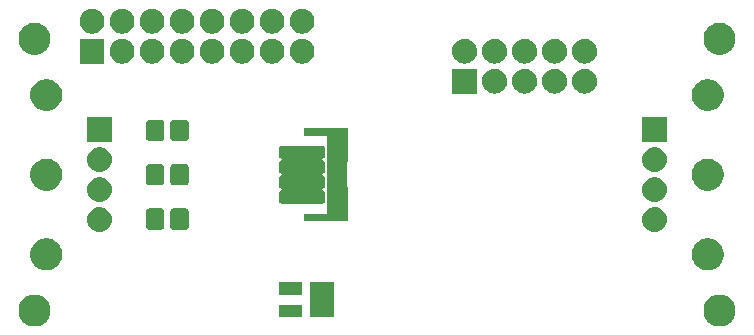
<source format=gts>
%TF.GenerationSoftware,KiCad,Pcbnew,5.1.0*%
%TF.CreationDate,2019-04-08T01:08:36+02:00*%
%TF.ProjectId,BeerEyePi,42656572-4579-4655-9069-2e6b69636164,rev?*%
%TF.SameCoordinates,Original*%
%TF.FileFunction,Soldermask,Top*%
%TF.FilePolarity,Negative*%
%FSLAX46Y46*%
G04 Gerber Fmt 4.6, Leading zero omitted, Abs format (unit mm)*
G04 Created by KiCad (PCBNEW 5.1.0) date 2019-04-08 01:08:36*
%MOMM*%
%LPD*%
G04 APERTURE LIST*
%ADD10C,0.001000*%
%ADD11C,0.100000*%
G04 APERTURE END LIST*
D10*
G36*
X128300000Y-111250000D02*
G01*
X128300000Y-118750000D01*
X129850000Y-118750000D01*
X129850000Y-111250000D01*
X128300000Y-111250000D01*
G37*
X128300000Y-111250000D02*
X128300000Y-118750000D01*
X129850000Y-118750000D01*
X129850000Y-111250000D01*
X128300000Y-111250000D01*
D11*
G36*
X161893783Y-125201870D02*
G01*
X161893785Y-125201871D01*
X161893786Y-125201871D01*
X162139471Y-125303638D01*
X162360580Y-125451377D01*
X162548623Y-125639420D01*
X162696362Y-125860529D01*
X162696363Y-125860531D01*
X162798130Y-126106217D01*
X162850010Y-126367036D01*
X162850010Y-126632962D01*
X162798129Y-126893786D01*
X162696362Y-127139471D01*
X162548623Y-127360580D01*
X162360580Y-127548623D01*
X162139471Y-127696362D01*
X161893786Y-127798129D01*
X161893785Y-127798129D01*
X161893783Y-127798130D01*
X161632964Y-127850010D01*
X161367036Y-127850010D01*
X161106217Y-127798130D01*
X161106215Y-127798129D01*
X161106214Y-127798129D01*
X160860529Y-127696362D01*
X160639420Y-127548623D01*
X160451377Y-127360580D01*
X160303638Y-127139471D01*
X160201871Y-126893786D01*
X160149990Y-126632962D01*
X160149990Y-126367036D01*
X160201870Y-126106217D01*
X160303637Y-125860531D01*
X160303638Y-125860529D01*
X160451377Y-125639420D01*
X160639420Y-125451377D01*
X160860529Y-125303638D01*
X161106214Y-125201871D01*
X161106215Y-125201871D01*
X161106217Y-125201870D01*
X161367036Y-125149990D01*
X161632964Y-125149990D01*
X161893783Y-125201870D01*
X161893783Y-125201870D01*
G37*
G36*
X103893783Y-125201870D02*
G01*
X103893785Y-125201871D01*
X103893786Y-125201871D01*
X104139471Y-125303638D01*
X104360580Y-125451377D01*
X104548623Y-125639420D01*
X104696362Y-125860529D01*
X104696363Y-125860531D01*
X104798130Y-126106217D01*
X104850010Y-126367036D01*
X104850010Y-126632962D01*
X104798129Y-126893786D01*
X104696362Y-127139471D01*
X104548623Y-127360580D01*
X104360580Y-127548623D01*
X104139471Y-127696362D01*
X103893786Y-127798129D01*
X103893785Y-127798129D01*
X103893783Y-127798130D01*
X103632964Y-127850010D01*
X103367036Y-127850010D01*
X103106217Y-127798130D01*
X103106215Y-127798129D01*
X103106214Y-127798129D01*
X102860529Y-127696362D01*
X102639420Y-127548623D01*
X102451377Y-127360580D01*
X102303638Y-127139471D01*
X102201871Y-126893786D01*
X102149990Y-126632962D01*
X102149990Y-126367036D01*
X102201870Y-126106217D01*
X102303637Y-125860531D01*
X102303638Y-125860529D01*
X102451377Y-125639420D01*
X102639420Y-125451377D01*
X102860529Y-125303638D01*
X103106214Y-125201871D01*
X103106215Y-125201871D01*
X103106217Y-125201870D01*
X103367036Y-125149990D01*
X103632964Y-125149990D01*
X103893783Y-125201870D01*
X103893783Y-125201870D01*
G37*
G36*
X126122000Y-127078000D02*
G01*
X124162000Y-127078000D01*
X124162000Y-126028000D01*
X126122000Y-126028000D01*
X126122000Y-127078000D01*
X126122000Y-127078000D01*
G37*
G36*
X128822000Y-127078000D02*
G01*
X126862000Y-127078000D01*
X126862000Y-124128000D01*
X128822000Y-124128000D01*
X128822000Y-127078000D01*
X128822000Y-127078000D01*
G37*
G36*
X126122000Y-125178000D02*
G01*
X124162000Y-125178000D01*
X124162000Y-124128000D01*
X126122000Y-124128000D01*
X126122000Y-125178000D01*
X126122000Y-125178000D01*
G37*
G36*
X104894072Y-120450918D02*
G01*
X104894074Y-120450919D01*
X104894075Y-120450919D01*
X104966086Y-120480747D01*
X105139939Y-120552759D01*
X105139940Y-120552760D01*
X105361211Y-120700608D01*
X105549392Y-120888789D01*
X105667751Y-121065927D01*
X105697241Y-121110061D01*
X105799082Y-121355928D01*
X105851000Y-121616938D01*
X105851000Y-121883062D01*
X105799082Y-122144072D01*
X105697241Y-122389939D01*
X105697240Y-122389940D01*
X105549392Y-122611211D01*
X105361211Y-122799392D01*
X105184073Y-122917751D01*
X105139939Y-122947241D01*
X104966086Y-123019253D01*
X104894075Y-123049081D01*
X104894074Y-123049081D01*
X104894072Y-123049082D01*
X104633062Y-123101000D01*
X104366938Y-123101000D01*
X104105928Y-123049082D01*
X104105926Y-123049081D01*
X104105925Y-123049081D01*
X104033914Y-123019253D01*
X103860061Y-122947241D01*
X103815927Y-122917751D01*
X103638789Y-122799392D01*
X103450608Y-122611211D01*
X103302760Y-122389940D01*
X103302759Y-122389939D01*
X103200918Y-122144072D01*
X103149000Y-121883062D01*
X103149000Y-121616938D01*
X103200918Y-121355928D01*
X103302759Y-121110061D01*
X103332249Y-121065927D01*
X103450608Y-120888789D01*
X103638789Y-120700608D01*
X103860060Y-120552760D01*
X103860061Y-120552759D01*
X104033914Y-120480747D01*
X104105925Y-120450919D01*
X104105926Y-120450919D01*
X104105928Y-120450918D01*
X104366938Y-120399000D01*
X104633062Y-120399000D01*
X104894072Y-120450918D01*
X104894072Y-120450918D01*
G37*
G36*
X160894072Y-120450918D02*
G01*
X160894074Y-120450919D01*
X160894075Y-120450919D01*
X160966086Y-120480747D01*
X161139939Y-120552759D01*
X161139940Y-120552760D01*
X161361211Y-120700608D01*
X161549392Y-120888789D01*
X161667751Y-121065927D01*
X161697241Y-121110061D01*
X161799082Y-121355928D01*
X161851000Y-121616938D01*
X161851000Y-121883062D01*
X161799082Y-122144072D01*
X161697241Y-122389939D01*
X161697240Y-122389940D01*
X161549392Y-122611211D01*
X161361211Y-122799392D01*
X161184073Y-122917751D01*
X161139939Y-122947241D01*
X160966086Y-123019253D01*
X160894075Y-123049081D01*
X160894074Y-123049081D01*
X160894072Y-123049082D01*
X160633062Y-123101000D01*
X160366938Y-123101000D01*
X160105928Y-123049082D01*
X160105926Y-123049081D01*
X160105925Y-123049081D01*
X160033914Y-123019253D01*
X159860061Y-122947241D01*
X159815927Y-122917751D01*
X159638789Y-122799392D01*
X159450608Y-122611211D01*
X159302760Y-122389940D01*
X159302759Y-122389939D01*
X159200918Y-122144072D01*
X159149000Y-121883062D01*
X159149000Y-121616938D01*
X159200918Y-121355928D01*
X159302759Y-121110061D01*
X159332249Y-121065927D01*
X159450608Y-120888789D01*
X159638789Y-120700608D01*
X159860060Y-120552760D01*
X159860061Y-120552759D01*
X160033914Y-120480747D01*
X160105925Y-120450919D01*
X160105926Y-120450919D01*
X160105928Y-120450918D01*
X160366938Y-120399000D01*
X160633062Y-120399000D01*
X160894072Y-120450918D01*
X160894072Y-120450918D01*
G37*
G36*
X156167272Y-117771395D02*
G01*
X156205836Y-117775193D01*
X156337787Y-117815220D01*
X156403763Y-117835233D01*
X156586169Y-117932731D01*
X156746054Y-118063946D01*
X156877269Y-118223831D01*
X156974767Y-118406237D01*
X156974767Y-118406238D01*
X157034807Y-118604164D01*
X157034807Y-118604166D01*
X157055081Y-118810000D01*
X157041291Y-118950000D01*
X157034807Y-119015836D01*
X156994780Y-119147787D01*
X156974767Y-119213763D01*
X156877269Y-119396169D01*
X156746054Y-119556054D01*
X156586169Y-119687269D01*
X156403763Y-119784767D01*
X156337787Y-119804780D01*
X156205836Y-119844807D01*
X156167271Y-119848605D01*
X156051584Y-119860000D01*
X155948416Y-119860000D01*
X155832729Y-119848605D01*
X155794164Y-119844807D01*
X155662213Y-119804780D01*
X155596237Y-119784767D01*
X155413831Y-119687269D01*
X155253946Y-119556054D01*
X155122731Y-119396169D01*
X155025233Y-119213763D01*
X155005220Y-119147787D01*
X154965193Y-119015836D01*
X154958709Y-118950000D01*
X154944919Y-118810000D01*
X154965193Y-118604166D01*
X154965193Y-118604164D01*
X155025233Y-118406238D01*
X155025233Y-118406237D01*
X155122731Y-118223831D01*
X155253946Y-118063946D01*
X155413831Y-117932731D01*
X155596237Y-117835233D01*
X155662213Y-117815220D01*
X155794164Y-117775193D01*
X155832728Y-117771395D01*
X155948416Y-117760000D01*
X156051584Y-117760000D01*
X156167272Y-117771395D01*
X156167272Y-117771395D01*
G37*
G36*
X109167272Y-117771395D02*
G01*
X109205836Y-117775193D01*
X109337787Y-117815220D01*
X109403763Y-117835233D01*
X109586169Y-117932731D01*
X109746054Y-118063946D01*
X109877269Y-118223831D01*
X109974767Y-118406237D01*
X109974767Y-118406238D01*
X110034807Y-118604164D01*
X110034807Y-118604166D01*
X110055081Y-118810000D01*
X110041291Y-118950000D01*
X110034807Y-119015836D01*
X109994780Y-119147787D01*
X109974767Y-119213763D01*
X109877269Y-119396169D01*
X109746054Y-119556054D01*
X109586169Y-119687269D01*
X109403763Y-119784767D01*
X109337787Y-119804780D01*
X109205836Y-119844807D01*
X109167271Y-119848605D01*
X109051584Y-119860000D01*
X108948416Y-119860000D01*
X108832729Y-119848605D01*
X108794164Y-119844807D01*
X108662213Y-119804780D01*
X108596237Y-119784767D01*
X108413831Y-119687269D01*
X108253946Y-119556054D01*
X108122731Y-119396169D01*
X108025233Y-119213763D01*
X108005220Y-119147787D01*
X107965193Y-119015836D01*
X107958709Y-118950000D01*
X107944919Y-118810000D01*
X107965193Y-118604166D01*
X107965193Y-118604164D01*
X108025233Y-118406238D01*
X108025233Y-118406237D01*
X108122731Y-118223831D01*
X108253946Y-118063946D01*
X108413831Y-117932731D01*
X108596237Y-117835233D01*
X108662213Y-117815220D01*
X108794164Y-117775193D01*
X108832728Y-117771395D01*
X108948416Y-117760000D01*
X109051584Y-117760000D01*
X109167272Y-117771395D01*
X109167272Y-117771395D01*
G37*
G36*
X116324179Y-117855862D02*
G01*
X116376700Y-117871795D01*
X116425096Y-117897663D01*
X116467521Y-117932479D01*
X116502337Y-117974904D01*
X116528205Y-118023300D01*
X116544138Y-118075821D01*
X116550000Y-118135342D01*
X116550000Y-119364658D01*
X116544138Y-119424179D01*
X116528205Y-119476700D01*
X116502337Y-119525096D01*
X116467521Y-119567521D01*
X116425096Y-119602337D01*
X116376700Y-119628205D01*
X116324179Y-119644138D01*
X116264658Y-119650000D01*
X115285342Y-119650000D01*
X115225821Y-119644138D01*
X115173300Y-119628205D01*
X115124904Y-119602337D01*
X115082479Y-119567521D01*
X115047663Y-119525096D01*
X115021795Y-119476700D01*
X115005862Y-119424179D01*
X115000000Y-119364658D01*
X115000000Y-118135342D01*
X115005862Y-118075821D01*
X115021795Y-118023300D01*
X115047663Y-117974904D01*
X115082479Y-117932479D01*
X115124904Y-117897663D01*
X115173300Y-117871795D01*
X115225821Y-117855862D01*
X115285342Y-117850000D01*
X116264658Y-117850000D01*
X116324179Y-117855862D01*
X116324179Y-117855862D01*
G37*
G36*
X114274179Y-117855862D02*
G01*
X114326700Y-117871795D01*
X114375096Y-117897663D01*
X114417521Y-117932479D01*
X114452337Y-117974904D01*
X114478205Y-118023300D01*
X114494138Y-118075821D01*
X114500000Y-118135342D01*
X114500000Y-119364658D01*
X114494138Y-119424179D01*
X114478205Y-119476700D01*
X114452337Y-119525096D01*
X114417521Y-119567521D01*
X114375096Y-119602337D01*
X114326700Y-119628205D01*
X114274179Y-119644138D01*
X114214658Y-119650000D01*
X113235342Y-119650000D01*
X113175821Y-119644138D01*
X113123300Y-119628205D01*
X113074904Y-119602337D01*
X113032479Y-119567521D01*
X112997663Y-119525096D01*
X112971795Y-119476700D01*
X112955862Y-119424179D01*
X112950000Y-119364658D01*
X112950000Y-118135342D01*
X112955862Y-118075821D01*
X112971795Y-118023300D01*
X112997663Y-117974904D01*
X113032479Y-117932479D01*
X113074904Y-117897663D01*
X113123300Y-117871795D01*
X113175821Y-117855862D01*
X113235342Y-117850000D01*
X114214658Y-117850000D01*
X114274179Y-117855862D01*
X114274179Y-117855862D01*
G37*
G36*
X130050000Y-118950000D02*
G01*
X126300000Y-118950000D01*
X126300000Y-118300000D01*
X129300001Y-118300000D01*
X129319510Y-118298079D01*
X129338269Y-118292388D01*
X129355557Y-118283147D01*
X129370711Y-118270711D01*
X129383147Y-118255557D01*
X129392388Y-118238269D01*
X129398079Y-118219510D01*
X129400000Y-118200001D01*
X129400000Y-116050000D01*
X130050000Y-116050000D01*
X130050000Y-118950000D01*
X130050000Y-118950000D01*
G37*
G36*
X127918799Y-112549797D02*
G01*
X127960920Y-112562574D01*
X127999733Y-112583320D01*
X128033757Y-112611243D01*
X128061680Y-112645267D01*
X128082426Y-112684080D01*
X128095203Y-112726201D01*
X128100000Y-112774908D01*
X128100000Y-113415092D01*
X128095203Y-113463799D01*
X128082426Y-113505920D01*
X128061680Y-113544733D01*
X128033757Y-113578757D01*
X127999733Y-113606680D01*
X127960920Y-113627426D01*
X127938235Y-113634307D01*
X127920124Y-113641809D01*
X127903825Y-113652699D01*
X127889963Y-113666561D01*
X127879072Y-113682860D01*
X127871570Y-113700971D01*
X127867746Y-113720198D01*
X127867745Y-113739801D01*
X127871570Y-113759028D01*
X127879072Y-113777139D01*
X127889962Y-113793438D01*
X127903824Y-113807300D01*
X127920123Y-113818191D01*
X127938235Y-113825693D01*
X127960920Y-113832574D01*
X127999733Y-113853320D01*
X128033757Y-113881243D01*
X128061680Y-113915267D01*
X128082426Y-113954080D01*
X128095203Y-113996201D01*
X128100000Y-114044908D01*
X128100000Y-114685092D01*
X128095203Y-114733799D01*
X128082426Y-114775920D01*
X128061680Y-114814733D01*
X128033757Y-114848757D01*
X127999733Y-114876680D01*
X127960920Y-114897426D01*
X127938235Y-114904307D01*
X127920124Y-114911809D01*
X127903825Y-114922699D01*
X127889963Y-114936561D01*
X127879072Y-114952860D01*
X127871570Y-114970971D01*
X127867746Y-114990198D01*
X127867745Y-115009801D01*
X127871570Y-115029028D01*
X127879072Y-115047139D01*
X127889962Y-115063438D01*
X127903824Y-115077300D01*
X127920123Y-115088191D01*
X127938235Y-115095693D01*
X127960920Y-115102574D01*
X127999733Y-115123320D01*
X128033757Y-115151243D01*
X128061680Y-115185267D01*
X128082426Y-115224080D01*
X128095203Y-115266201D01*
X128100000Y-115314908D01*
X128100000Y-115955092D01*
X128095203Y-116003799D01*
X128082426Y-116045920D01*
X128061680Y-116084733D01*
X128033757Y-116118757D01*
X127999733Y-116146680D01*
X127960920Y-116167426D01*
X127938235Y-116174307D01*
X127920124Y-116181809D01*
X127903825Y-116192699D01*
X127889963Y-116206561D01*
X127879072Y-116222860D01*
X127871570Y-116240971D01*
X127867746Y-116260198D01*
X127867745Y-116279801D01*
X127871570Y-116299028D01*
X127879072Y-116317139D01*
X127889962Y-116333438D01*
X127903824Y-116347300D01*
X127920123Y-116358191D01*
X127938235Y-116365693D01*
X127960920Y-116372574D01*
X127999733Y-116393320D01*
X128033757Y-116421243D01*
X128061680Y-116455267D01*
X128082426Y-116494080D01*
X128095203Y-116536201D01*
X128100000Y-116584908D01*
X128100000Y-117225092D01*
X128095203Y-117273799D01*
X128082426Y-117315920D01*
X128061680Y-117354733D01*
X128033757Y-117388757D01*
X127999733Y-117416680D01*
X127960920Y-117437426D01*
X127918799Y-117450203D01*
X127870092Y-117455000D01*
X124429908Y-117455000D01*
X124381201Y-117450203D01*
X124339080Y-117437426D01*
X124300267Y-117416680D01*
X124266243Y-117388757D01*
X124238320Y-117354733D01*
X124217574Y-117315920D01*
X124204797Y-117273799D01*
X124200000Y-117225092D01*
X124200000Y-116584908D01*
X124204797Y-116536201D01*
X124217574Y-116494080D01*
X124238320Y-116455267D01*
X124266243Y-116421243D01*
X124300267Y-116393320D01*
X124339080Y-116372574D01*
X124361765Y-116365693D01*
X124379876Y-116358191D01*
X124396175Y-116347301D01*
X124410037Y-116333439D01*
X124420928Y-116317140D01*
X124428430Y-116299029D01*
X124432254Y-116279802D01*
X124432255Y-116260199D01*
X124428430Y-116240972D01*
X124420928Y-116222861D01*
X124410038Y-116206562D01*
X124396176Y-116192700D01*
X124379877Y-116181809D01*
X124361765Y-116174307D01*
X124339080Y-116167426D01*
X124300267Y-116146680D01*
X124266243Y-116118757D01*
X124238320Y-116084733D01*
X124217574Y-116045920D01*
X124204797Y-116003799D01*
X124200000Y-115955092D01*
X124200000Y-115314908D01*
X124204797Y-115266201D01*
X124217574Y-115224080D01*
X124238320Y-115185267D01*
X124266243Y-115151243D01*
X124300267Y-115123320D01*
X124339080Y-115102574D01*
X124361765Y-115095693D01*
X124379876Y-115088191D01*
X124396175Y-115077301D01*
X124410037Y-115063439D01*
X124420928Y-115047140D01*
X124428430Y-115029029D01*
X124432254Y-115009802D01*
X124432255Y-114990199D01*
X124428430Y-114970972D01*
X124420928Y-114952861D01*
X124410038Y-114936562D01*
X124396176Y-114922700D01*
X124379877Y-114911809D01*
X124361765Y-114904307D01*
X124339080Y-114897426D01*
X124300267Y-114876680D01*
X124266243Y-114848757D01*
X124238320Y-114814733D01*
X124217574Y-114775920D01*
X124204797Y-114733799D01*
X124200000Y-114685092D01*
X124200000Y-114044908D01*
X124204797Y-113996201D01*
X124217574Y-113954080D01*
X124238320Y-113915267D01*
X124266243Y-113881243D01*
X124300267Y-113853320D01*
X124339080Y-113832574D01*
X124361765Y-113825693D01*
X124379876Y-113818191D01*
X124396175Y-113807301D01*
X124410037Y-113793439D01*
X124420928Y-113777140D01*
X124428430Y-113759029D01*
X124432254Y-113739802D01*
X124432255Y-113720199D01*
X124428430Y-113700972D01*
X124420928Y-113682861D01*
X124410038Y-113666562D01*
X124396176Y-113652700D01*
X124379877Y-113641809D01*
X124361765Y-113634307D01*
X124339080Y-113627426D01*
X124300267Y-113606680D01*
X124266243Y-113578757D01*
X124238320Y-113544733D01*
X124217574Y-113505920D01*
X124204797Y-113463799D01*
X124200000Y-113415092D01*
X124200000Y-112774908D01*
X124204797Y-112726201D01*
X124217574Y-112684080D01*
X124238320Y-112645267D01*
X124266243Y-112611243D01*
X124300267Y-112583320D01*
X124339080Y-112562574D01*
X124381201Y-112549797D01*
X124429908Y-112545000D01*
X127870092Y-112545000D01*
X127918799Y-112549797D01*
X127918799Y-112549797D01*
G37*
G36*
X109167271Y-115231395D02*
G01*
X109205836Y-115235193D01*
X109308056Y-115266201D01*
X109403763Y-115295233D01*
X109586169Y-115392731D01*
X109746054Y-115523946D01*
X109877269Y-115683831D01*
X109974767Y-115866237D01*
X109985009Y-115900000D01*
X110034807Y-116064164D01*
X110034807Y-116064166D01*
X110055081Y-116270000D01*
X110044647Y-116375933D01*
X110034807Y-116475836D01*
X110001720Y-116584908D01*
X109974767Y-116673763D01*
X109877269Y-116856169D01*
X109746054Y-117016054D01*
X109586169Y-117147269D01*
X109403763Y-117244767D01*
X109337787Y-117264780D01*
X109205836Y-117304807D01*
X109167271Y-117308605D01*
X109051584Y-117320000D01*
X108948416Y-117320000D01*
X108832729Y-117308605D01*
X108794164Y-117304807D01*
X108662213Y-117264780D01*
X108596237Y-117244767D01*
X108413831Y-117147269D01*
X108253946Y-117016054D01*
X108122731Y-116856169D01*
X108025233Y-116673763D01*
X107998280Y-116584908D01*
X107965193Y-116475836D01*
X107955353Y-116375933D01*
X107944919Y-116270000D01*
X107965193Y-116064166D01*
X107965193Y-116064164D01*
X108014991Y-115900000D01*
X108025233Y-115866237D01*
X108122731Y-115683831D01*
X108253946Y-115523946D01*
X108413831Y-115392731D01*
X108596237Y-115295233D01*
X108691944Y-115266201D01*
X108794164Y-115235193D01*
X108832729Y-115231395D01*
X108948416Y-115220000D01*
X109051584Y-115220000D01*
X109167271Y-115231395D01*
X109167271Y-115231395D01*
G37*
G36*
X156167271Y-115231395D02*
G01*
X156205836Y-115235193D01*
X156308056Y-115266201D01*
X156403763Y-115295233D01*
X156586169Y-115392731D01*
X156746054Y-115523946D01*
X156877269Y-115683831D01*
X156974767Y-115866237D01*
X156985009Y-115900000D01*
X157034807Y-116064164D01*
X157034807Y-116064166D01*
X157055081Y-116270000D01*
X157044647Y-116375933D01*
X157034807Y-116475836D01*
X157001720Y-116584908D01*
X156974767Y-116673763D01*
X156877269Y-116856169D01*
X156746054Y-117016054D01*
X156586169Y-117147269D01*
X156403763Y-117244767D01*
X156337787Y-117264780D01*
X156205836Y-117304807D01*
X156167271Y-117308605D01*
X156051584Y-117320000D01*
X155948416Y-117320000D01*
X155832729Y-117308605D01*
X155794164Y-117304807D01*
X155662213Y-117264780D01*
X155596237Y-117244767D01*
X155413831Y-117147269D01*
X155253946Y-117016054D01*
X155122731Y-116856169D01*
X155025233Y-116673763D01*
X154998280Y-116584908D01*
X154965193Y-116475836D01*
X154955353Y-116375933D01*
X154944919Y-116270000D01*
X154965193Y-116064166D01*
X154965193Y-116064164D01*
X155014991Y-115900000D01*
X155025233Y-115866237D01*
X155122731Y-115683831D01*
X155253946Y-115523946D01*
X155413831Y-115392731D01*
X155596237Y-115295233D01*
X155691944Y-115266201D01*
X155794164Y-115235193D01*
X155832729Y-115231395D01*
X155948416Y-115220000D01*
X156051584Y-115220000D01*
X156167271Y-115231395D01*
X156167271Y-115231395D01*
G37*
G36*
X160893810Y-113701783D02*
G01*
X161139512Y-113803557D01*
X161360639Y-113951309D01*
X161548691Y-114139361D01*
X161696443Y-114360488D01*
X161798217Y-114606190D01*
X161850100Y-114867027D01*
X161850100Y-115132973D01*
X161798217Y-115393810D01*
X161696443Y-115639512D01*
X161548691Y-115860639D01*
X161360639Y-116048691D01*
X161139512Y-116196443D01*
X160893810Y-116298217D01*
X160632973Y-116350100D01*
X160367027Y-116350100D01*
X160106190Y-116298217D01*
X159860488Y-116196443D01*
X159639361Y-116048691D01*
X159451309Y-115860639D01*
X159303557Y-115639512D01*
X159201783Y-115393810D01*
X159149900Y-115132973D01*
X159149900Y-114867027D01*
X159201783Y-114606190D01*
X159303557Y-114360488D01*
X159451309Y-114139361D01*
X159639361Y-113951309D01*
X159860488Y-113803557D01*
X160106190Y-113701783D01*
X160367027Y-113649900D01*
X160632973Y-113649900D01*
X160893810Y-113701783D01*
X160893810Y-113701783D01*
G37*
G36*
X104893810Y-113701783D02*
G01*
X105139512Y-113803557D01*
X105360639Y-113951309D01*
X105548691Y-114139361D01*
X105696443Y-114360488D01*
X105798217Y-114606190D01*
X105850100Y-114867027D01*
X105850100Y-115132973D01*
X105798217Y-115393810D01*
X105696443Y-115639512D01*
X105548691Y-115860639D01*
X105360639Y-116048691D01*
X105139512Y-116196443D01*
X104893810Y-116298217D01*
X104632973Y-116350100D01*
X104367027Y-116350100D01*
X104106190Y-116298217D01*
X103860488Y-116196443D01*
X103639361Y-116048691D01*
X103451309Y-115860639D01*
X103303557Y-115639512D01*
X103201783Y-115393810D01*
X103149900Y-115132973D01*
X103149900Y-114867027D01*
X103201783Y-114606190D01*
X103303557Y-114360488D01*
X103451309Y-114139361D01*
X103639361Y-113951309D01*
X103860488Y-113803557D01*
X104106190Y-113701783D01*
X104367027Y-113649900D01*
X104632973Y-113649900D01*
X104893810Y-113701783D01*
X104893810Y-113701783D01*
G37*
G36*
X116324179Y-114105862D02*
G01*
X116376700Y-114121795D01*
X116425096Y-114147663D01*
X116467521Y-114182479D01*
X116502337Y-114224904D01*
X116528205Y-114273300D01*
X116544138Y-114325821D01*
X116550000Y-114385342D01*
X116550000Y-115614658D01*
X116544138Y-115674179D01*
X116528205Y-115726700D01*
X116502337Y-115775096D01*
X116467521Y-115817521D01*
X116425096Y-115852337D01*
X116376700Y-115878205D01*
X116324179Y-115894138D01*
X116264658Y-115900000D01*
X115285342Y-115900000D01*
X115225821Y-115894138D01*
X115173300Y-115878205D01*
X115124904Y-115852337D01*
X115082479Y-115817521D01*
X115047663Y-115775096D01*
X115021795Y-115726700D01*
X115005862Y-115674179D01*
X115000000Y-115614658D01*
X115000000Y-114385342D01*
X115005862Y-114325821D01*
X115021795Y-114273300D01*
X115047663Y-114224904D01*
X115082479Y-114182479D01*
X115124904Y-114147663D01*
X115173300Y-114121795D01*
X115225821Y-114105862D01*
X115285342Y-114100000D01*
X116264658Y-114100000D01*
X116324179Y-114105862D01*
X116324179Y-114105862D01*
G37*
G36*
X114274179Y-114105862D02*
G01*
X114326700Y-114121795D01*
X114375096Y-114147663D01*
X114417521Y-114182479D01*
X114452337Y-114224904D01*
X114478205Y-114273300D01*
X114494138Y-114325821D01*
X114500000Y-114385342D01*
X114500000Y-115614658D01*
X114494138Y-115674179D01*
X114478205Y-115726700D01*
X114452337Y-115775096D01*
X114417521Y-115817521D01*
X114375096Y-115852337D01*
X114326700Y-115878205D01*
X114274179Y-115894138D01*
X114214658Y-115900000D01*
X113235342Y-115900000D01*
X113175821Y-115894138D01*
X113123300Y-115878205D01*
X113074904Y-115852337D01*
X113032479Y-115817521D01*
X112997663Y-115775096D01*
X112971795Y-115726700D01*
X112955862Y-115674179D01*
X112950000Y-115614658D01*
X112950000Y-114385342D01*
X112955862Y-114325821D01*
X112971795Y-114273300D01*
X112997663Y-114224904D01*
X113032479Y-114182479D01*
X113074904Y-114147663D01*
X113123300Y-114121795D01*
X113175821Y-114105862D01*
X113235342Y-114100000D01*
X114214658Y-114100000D01*
X114274179Y-114105862D01*
X114274179Y-114105862D01*
G37*
G36*
X156167272Y-112691395D02*
G01*
X156205836Y-112695193D01*
X156308056Y-112726201D01*
X156403763Y-112755233D01*
X156586169Y-112852731D01*
X156746054Y-112983946D01*
X156877269Y-113143831D01*
X156974767Y-113326237D01*
X156974767Y-113326238D01*
X157034807Y-113524164D01*
X157034807Y-113524166D01*
X157055081Y-113730000D01*
X157044647Y-113835933D01*
X157034807Y-113935836D01*
X157001720Y-114044908D01*
X156974767Y-114133763D01*
X156877269Y-114316169D01*
X156746054Y-114476054D01*
X156586169Y-114607269D01*
X156403763Y-114704767D01*
X156337787Y-114724780D01*
X156205836Y-114764807D01*
X156167272Y-114768605D01*
X156051584Y-114780000D01*
X155948416Y-114780000D01*
X155832728Y-114768605D01*
X155794164Y-114764807D01*
X155662213Y-114724780D01*
X155596237Y-114704767D01*
X155413831Y-114607269D01*
X155253946Y-114476054D01*
X155122731Y-114316169D01*
X155025233Y-114133763D01*
X154998280Y-114044908D01*
X154965193Y-113935836D01*
X154955353Y-113835933D01*
X154944919Y-113730000D01*
X154965193Y-113524166D01*
X154965193Y-113524164D01*
X155025233Y-113326238D01*
X155025233Y-113326237D01*
X155122731Y-113143831D01*
X155253946Y-112983946D01*
X155413831Y-112852731D01*
X155596237Y-112755233D01*
X155691944Y-112726201D01*
X155794164Y-112695193D01*
X155832728Y-112691395D01*
X155948416Y-112680000D01*
X156051584Y-112680000D01*
X156167272Y-112691395D01*
X156167272Y-112691395D01*
G37*
G36*
X109167272Y-112691395D02*
G01*
X109205836Y-112695193D01*
X109308056Y-112726201D01*
X109403763Y-112755233D01*
X109586169Y-112852731D01*
X109746054Y-112983946D01*
X109877269Y-113143831D01*
X109974767Y-113326237D01*
X109974767Y-113326238D01*
X110034807Y-113524164D01*
X110034807Y-113524166D01*
X110055081Y-113730000D01*
X110044647Y-113835933D01*
X110034807Y-113935836D01*
X110001720Y-114044908D01*
X109974767Y-114133763D01*
X109877269Y-114316169D01*
X109746054Y-114476054D01*
X109586169Y-114607269D01*
X109403763Y-114704767D01*
X109337787Y-114724780D01*
X109205836Y-114764807D01*
X109167272Y-114768605D01*
X109051584Y-114780000D01*
X108948416Y-114780000D01*
X108832728Y-114768605D01*
X108794164Y-114764807D01*
X108662213Y-114724780D01*
X108596237Y-114704767D01*
X108413831Y-114607269D01*
X108253946Y-114476054D01*
X108122731Y-114316169D01*
X108025233Y-114133763D01*
X107998280Y-114044908D01*
X107965193Y-113935836D01*
X107955353Y-113835933D01*
X107944919Y-113730000D01*
X107965193Y-113524166D01*
X107965193Y-113524164D01*
X108025233Y-113326238D01*
X108025233Y-113326237D01*
X108122731Y-113143831D01*
X108253946Y-112983946D01*
X108413831Y-112852731D01*
X108596237Y-112755233D01*
X108691944Y-112726201D01*
X108794164Y-112695193D01*
X108832728Y-112691395D01*
X108948416Y-112680000D01*
X109051584Y-112680000D01*
X109167272Y-112691395D01*
X109167272Y-112691395D01*
G37*
G36*
X130050000Y-113950000D02*
G01*
X129400000Y-113950000D01*
X129400000Y-111799999D01*
X129398079Y-111780490D01*
X129392388Y-111761731D01*
X129383147Y-111744443D01*
X129370711Y-111729289D01*
X129355557Y-111716853D01*
X129338269Y-111707612D01*
X129319510Y-111701921D01*
X129300001Y-111700000D01*
X126300000Y-111700000D01*
X126300000Y-111050000D01*
X130050000Y-111050000D01*
X130050000Y-113950000D01*
X130050000Y-113950000D01*
G37*
G36*
X157050000Y-112240000D02*
G01*
X154950000Y-112240000D01*
X154950000Y-110140000D01*
X157050000Y-110140000D01*
X157050000Y-112240000D01*
X157050000Y-112240000D01*
G37*
G36*
X110050000Y-112240000D02*
G01*
X107950000Y-112240000D01*
X107950000Y-110140000D01*
X110050000Y-110140000D01*
X110050000Y-112240000D01*
X110050000Y-112240000D01*
G37*
G36*
X116324179Y-110355862D02*
G01*
X116376700Y-110371795D01*
X116425096Y-110397663D01*
X116467521Y-110432479D01*
X116502337Y-110474904D01*
X116528205Y-110523300D01*
X116544138Y-110575821D01*
X116550000Y-110635342D01*
X116550000Y-111864658D01*
X116544138Y-111924179D01*
X116528205Y-111976700D01*
X116502337Y-112025096D01*
X116467521Y-112067521D01*
X116425096Y-112102337D01*
X116376700Y-112128205D01*
X116324179Y-112144138D01*
X116264658Y-112150000D01*
X115285342Y-112150000D01*
X115225821Y-112144138D01*
X115173300Y-112128205D01*
X115124904Y-112102337D01*
X115082479Y-112067521D01*
X115047663Y-112025096D01*
X115021795Y-111976700D01*
X115005862Y-111924179D01*
X115000000Y-111864658D01*
X115000000Y-110635342D01*
X115005862Y-110575821D01*
X115021795Y-110523300D01*
X115047663Y-110474904D01*
X115082479Y-110432479D01*
X115124904Y-110397663D01*
X115173300Y-110371795D01*
X115225821Y-110355862D01*
X115285342Y-110350000D01*
X116264658Y-110350000D01*
X116324179Y-110355862D01*
X116324179Y-110355862D01*
G37*
G36*
X114274179Y-110355862D02*
G01*
X114326700Y-110371795D01*
X114375096Y-110397663D01*
X114417521Y-110432479D01*
X114452337Y-110474904D01*
X114478205Y-110523300D01*
X114494138Y-110575821D01*
X114500000Y-110635342D01*
X114500000Y-111864658D01*
X114494138Y-111924179D01*
X114478205Y-111976700D01*
X114452337Y-112025096D01*
X114417521Y-112067521D01*
X114375096Y-112102337D01*
X114326700Y-112128205D01*
X114274179Y-112144138D01*
X114214658Y-112150000D01*
X113235342Y-112150000D01*
X113175821Y-112144138D01*
X113123300Y-112128205D01*
X113074904Y-112102337D01*
X113032479Y-112067521D01*
X112997663Y-112025096D01*
X112971795Y-111976700D01*
X112955862Y-111924179D01*
X112950000Y-111864658D01*
X112950000Y-110635342D01*
X112955862Y-110575821D01*
X112971795Y-110523300D01*
X112997663Y-110474904D01*
X113032479Y-110432479D01*
X113074904Y-110397663D01*
X113123300Y-110371795D01*
X113175821Y-110355862D01*
X113235342Y-110350000D01*
X114214658Y-110350000D01*
X114274179Y-110355862D01*
X114274179Y-110355862D01*
G37*
G36*
X160894072Y-106950918D02*
G01*
X160894074Y-106950919D01*
X160894075Y-106950919D01*
X160966086Y-106980747D01*
X161139939Y-107052759D01*
X161139940Y-107052760D01*
X161361211Y-107200608D01*
X161549392Y-107388789D01*
X161612851Y-107483763D01*
X161697241Y-107610061D01*
X161799082Y-107855928D01*
X161851000Y-108116938D01*
X161851000Y-108383062D01*
X161799082Y-108644072D01*
X161697241Y-108889939D01*
X161697240Y-108889940D01*
X161549392Y-109111211D01*
X161361211Y-109299392D01*
X161184073Y-109417751D01*
X161139939Y-109447241D01*
X160966086Y-109519253D01*
X160894075Y-109549081D01*
X160894074Y-109549081D01*
X160894072Y-109549082D01*
X160633062Y-109601000D01*
X160366938Y-109601000D01*
X160105928Y-109549082D01*
X160105926Y-109549081D01*
X160105925Y-109549081D01*
X160033914Y-109519253D01*
X159860061Y-109447241D01*
X159815927Y-109417751D01*
X159638789Y-109299392D01*
X159450608Y-109111211D01*
X159302760Y-108889940D01*
X159302759Y-108889939D01*
X159200918Y-108644072D01*
X159149000Y-108383062D01*
X159149000Y-108116938D01*
X159200918Y-107855928D01*
X159302759Y-107610061D01*
X159387149Y-107483763D01*
X159450608Y-107388789D01*
X159638789Y-107200608D01*
X159860060Y-107052760D01*
X159860061Y-107052759D01*
X160033914Y-106980747D01*
X160105925Y-106950919D01*
X160105926Y-106950919D01*
X160105928Y-106950918D01*
X160366938Y-106899000D01*
X160633062Y-106899000D01*
X160894072Y-106950918D01*
X160894072Y-106950918D01*
G37*
G36*
X104894072Y-106950918D02*
G01*
X104894074Y-106950919D01*
X104894075Y-106950919D01*
X104966086Y-106980747D01*
X105139939Y-107052759D01*
X105139940Y-107052760D01*
X105361211Y-107200608D01*
X105549392Y-107388789D01*
X105612851Y-107483763D01*
X105697241Y-107610061D01*
X105799082Y-107855928D01*
X105851000Y-108116938D01*
X105851000Y-108383062D01*
X105799082Y-108644072D01*
X105697241Y-108889939D01*
X105697240Y-108889940D01*
X105549392Y-109111211D01*
X105361211Y-109299392D01*
X105184073Y-109417751D01*
X105139939Y-109447241D01*
X104966086Y-109519253D01*
X104894075Y-109549081D01*
X104894074Y-109549081D01*
X104894072Y-109549082D01*
X104633062Y-109601000D01*
X104366938Y-109601000D01*
X104105928Y-109549082D01*
X104105926Y-109549081D01*
X104105925Y-109549081D01*
X104033914Y-109519253D01*
X103860061Y-109447241D01*
X103815927Y-109417751D01*
X103638789Y-109299392D01*
X103450608Y-109111211D01*
X103302760Y-108889940D01*
X103302759Y-108889939D01*
X103200918Y-108644072D01*
X103149000Y-108383062D01*
X103149000Y-108116938D01*
X103200918Y-107855928D01*
X103302759Y-107610061D01*
X103387149Y-107483763D01*
X103450608Y-107388789D01*
X103638789Y-107200608D01*
X103860060Y-107052760D01*
X103860061Y-107052759D01*
X104033914Y-106980747D01*
X104105925Y-106950919D01*
X104105926Y-106950919D01*
X104105928Y-106950918D01*
X104366938Y-106899000D01*
X104633062Y-106899000D01*
X104894072Y-106950918D01*
X104894072Y-106950918D01*
G37*
G36*
X147707272Y-106041395D02*
G01*
X147745836Y-106045193D01*
X147877787Y-106085220D01*
X147943763Y-106105233D01*
X148126169Y-106202731D01*
X148286054Y-106333946D01*
X148417269Y-106493831D01*
X148514767Y-106676237D01*
X148514767Y-106676238D01*
X148574807Y-106874164D01*
X148574807Y-106874166D01*
X148595081Y-107080000D01*
X148583201Y-107200608D01*
X148574807Y-107285836D01*
X148543577Y-107388788D01*
X148514767Y-107483763D01*
X148417269Y-107666169D01*
X148286054Y-107826054D01*
X148126169Y-107957269D01*
X147943763Y-108054767D01*
X147877787Y-108074780D01*
X147745836Y-108114807D01*
X147707272Y-108118605D01*
X147591584Y-108130000D01*
X147488416Y-108130000D01*
X147372728Y-108118605D01*
X147334164Y-108114807D01*
X147202213Y-108074780D01*
X147136237Y-108054767D01*
X146953831Y-107957269D01*
X146793946Y-107826054D01*
X146662731Y-107666169D01*
X146565233Y-107483763D01*
X146536423Y-107388788D01*
X146505193Y-107285836D01*
X146496799Y-107200608D01*
X146484919Y-107080000D01*
X146505193Y-106874166D01*
X146505193Y-106874164D01*
X146565233Y-106676238D01*
X146565233Y-106676237D01*
X146662731Y-106493831D01*
X146793946Y-106333946D01*
X146953831Y-106202731D01*
X147136237Y-106105233D01*
X147202213Y-106085220D01*
X147334164Y-106045193D01*
X147372728Y-106041395D01*
X147488416Y-106030000D01*
X147591584Y-106030000D01*
X147707272Y-106041395D01*
X147707272Y-106041395D01*
G37*
G36*
X145167272Y-106041395D02*
G01*
X145205836Y-106045193D01*
X145337787Y-106085220D01*
X145403763Y-106105233D01*
X145586169Y-106202731D01*
X145746054Y-106333946D01*
X145877269Y-106493831D01*
X145974767Y-106676237D01*
X145974767Y-106676238D01*
X146034807Y-106874164D01*
X146034807Y-106874166D01*
X146055081Y-107080000D01*
X146043201Y-107200608D01*
X146034807Y-107285836D01*
X146003577Y-107388788D01*
X145974767Y-107483763D01*
X145877269Y-107666169D01*
X145746054Y-107826054D01*
X145586169Y-107957269D01*
X145403763Y-108054767D01*
X145337787Y-108074780D01*
X145205836Y-108114807D01*
X145167272Y-108118605D01*
X145051584Y-108130000D01*
X144948416Y-108130000D01*
X144832728Y-108118605D01*
X144794164Y-108114807D01*
X144662213Y-108074780D01*
X144596237Y-108054767D01*
X144413831Y-107957269D01*
X144253946Y-107826054D01*
X144122731Y-107666169D01*
X144025233Y-107483763D01*
X143996423Y-107388788D01*
X143965193Y-107285836D01*
X143956799Y-107200608D01*
X143944919Y-107080000D01*
X143965193Y-106874166D01*
X143965193Y-106874164D01*
X144025233Y-106676238D01*
X144025233Y-106676237D01*
X144122731Y-106493831D01*
X144253946Y-106333946D01*
X144413831Y-106202731D01*
X144596237Y-106105233D01*
X144662213Y-106085220D01*
X144794164Y-106045193D01*
X144832728Y-106041395D01*
X144948416Y-106030000D01*
X145051584Y-106030000D01*
X145167272Y-106041395D01*
X145167272Y-106041395D01*
G37*
G36*
X142627272Y-106041395D02*
G01*
X142665836Y-106045193D01*
X142797787Y-106085220D01*
X142863763Y-106105233D01*
X143046169Y-106202731D01*
X143206054Y-106333946D01*
X143337269Y-106493831D01*
X143434767Y-106676237D01*
X143434767Y-106676238D01*
X143494807Y-106874164D01*
X143494807Y-106874166D01*
X143515081Y-107080000D01*
X143503201Y-107200608D01*
X143494807Y-107285836D01*
X143463577Y-107388788D01*
X143434767Y-107483763D01*
X143337269Y-107666169D01*
X143206054Y-107826054D01*
X143046169Y-107957269D01*
X142863763Y-108054767D01*
X142797787Y-108074780D01*
X142665836Y-108114807D01*
X142627272Y-108118605D01*
X142511584Y-108130000D01*
X142408416Y-108130000D01*
X142292728Y-108118605D01*
X142254164Y-108114807D01*
X142122213Y-108074780D01*
X142056237Y-108054767D01*
X141873831Y-107957269D01*
X141713946Y-107826054D01*
X141582731Y-107666169D01*
X141485233Y-107483763D01*
X141456423Y-107388788D01*
X141425193Y-107285836D01*
X141416799Y-107200608D01*
X141404919Y-107080000D01*
X141425193Y-106874166D01*
X141425193Y-106874164D01*
X141485233Y-106676238D01*
X141485233Y-106676237D01*
X141582731Y-106493831D01*
X141713946Y-106333946D01*
X141873831Y-106202731D01*
X142056237Y-106105233D01*
X142122213Y-106085220D01*
X142254164Y-106045193D01*
X142292728Y-106041395D01*
X142408416Y-106030000D01*
X142511584Y-106030000D01*
X142627272Y-106041395D01*
X142627272Y-106041395D01*
G37*
G36*
X150247272Y-106041395D02*
G01*
X150285836Y-106045193D01*
X150417787Y-106085220D01*
X150483763Y-106105233D01*
X150666169Y-106202731D01*
X150826054Y-106333946D01*
X150957269Y-106493831D01*
X151054767Y-106676237D01*
X151054767Y-106676238D01*
X151114807Y-106874164D01*
X151114807Y-106874166D01*
X151135081Y-107080000D01*
X151123201Y-107200608D01*
X151114807Y-107285836D01*
X151083577Y-107388788D01*
X151054767Y-107483763D01*
X150957269Y-107666169D01*
X150826054Y-107826054D01*
X150666169Y-107957269D01*
X150483763Y-108054767D01*
X150417787Y-108074780D01*
X150285836Y-108114807D01*
X150247272Y-108118605D01*
X150131584Y-108130000D01*
X150028416Y-108130000D01*
X149912728Y-108118605D01*
X149874164Y-108114807D01*
X149742213Y-108074780D01*
X149676237Y-108054767D01*
X149493831Y-107957269D01*
X149333946Y-107826054D01*
X149202731Y-107666169D01*
X149105233Y-107483763D01*
X149076423Y-107388788D01*
X149045193Y-107285836D01*
X149036799Y-107200608D01*
X149024919Y-107080000D01*
X149045193Y-106874166D01*
X149045193Y-106874164D01*
X149105233Y-106676238D01*
X149105233Y-106676237D01*
X149202731Y-106493831D01*
X149333946Y-106333946D01*
X149493831Y-106202731D01*
X149676237Y-106105233D01*
X149742213Y-106085220D01*
X149874164Y-106045193D01*
X149912728Y-106041395D01*
X150028416Y-106030000D01*
X150131584Y-106030000D01*
X150247272Y-106041395D01*
X150247272Y-106041395D01*
G37*
G36*
X140970000Y-108130000D02*
G01*
X138870000Y-108130000D01*
X138870000Y-106030000D01*
X140970000Y-106030000D01*
X140970000Y-108130000D01*
X140970000Y-108130000D01*
G37*
G36*
X109420000Y-105590000D02*
G01*
X107320000Y-105590000D01*
X107320000Y-103490000D01*
X109420000Y-103490000D01*
X109420000Y-105590000D01*
X109420000Y-105590000D01*
G37*
G36*
X113617271Y-103501395D02*
G01*
X113655836Y-103505193D01*
X113787787Y-103545220D01*
X113853763Y-103565233D01*
X114036169Y-103662731D01*
X114196054Y-103793946D01*
X114327269Y-103953831D01*
X114424767Y-104136237D01*
X114424767Y-104136238D01*
X114484807Y-104334164D01*
X114484807Y-104334166D01*
X114505081Y-104540000D01*
X114489680Y-104696362D01*
X114484807Y-104745836D01*
X114453206Y-104850010D01*
X114424767Y-104943763D01*
X114327269Y-105126169D01*
X114196054Y-105286054D01*
X114036169Y-105417269D01*
X113853763Y-105514767D01*
X113787787Y-105534780D01*
X113655836Y-105574807D01*
X113617271Y-105578605D01*
X113501584Y-105590000D01*
X113398416Y-105590000D01*
X113282729Y-105578605D01*
X113244164Y-105574807D01*
X113112213Y-105534780D01*
X113046237Y-105514767D01*
X112863831Y-105417269D01*
X112703946Y-105286054D01*
X112572731Y-105126169D01*
X112475233Y-104943763D01*
X112446794Y-104850010D01*
X112415193Y-104745836D01*
X112410320Y-104696362D01*
X112394919Y-104540000D01*
X112415193Y-104334166D01*
X112415193Y-104334164D01*
X112475233Y-104136238D01*
X112475233Y-104136237D01*
X112572731Y-103953831D01*
X112703946Y-103793946D01*
X112863831Y-103662731D01*
X113046237Y-103565233D01*
X113112213Y-103545220D01*
X113244164Y-103505193D01*
X113282729Y-103501395D01*
X113398416Y-103490000D01*
X113501584Y-103490000D01*
X113617271Y-103501395D01*
X113617271Y-103501395D01*
G37*
G36*
X111077271Y-103501395D02*
G01*
X111115836Y-103505193D01*
X111247787Y-103545220D01*
X111313763Y-103565233D01*
X111496169Y-103662731D01*
X111656054Y-103793946D01*
X111787269Y-103953831D01*
X111884767Y-104136237D01*
X111884767Y-104136238D01*
X111944807Y-104334164D01*
X111944807Y-104334166D01*
X111965081Y-104540000D01*
X111949680Y-104696362D01*
X111944807Y-104745836D01*
X111913206Y-104850010D01*
X111884767Y-104943763D01*
X111787269Y-105126169D01*
X111656054Y-105286054D01*
X111496169Y-105417269D01*
X111313763Y-105514767D01*
X111247787Y-105534780D01*
X111115836Y-105574807D01*
X111077271Y-105578605D01*
X110961584Y-105590000D01*
X110858416Y-105590000D01*
X110742729Y-105578605D01*
X110704164Y-105574807D01*
X110572213Y-105534780D01*
X110506237Y-105514767D01*
X110323831Y-105417269D01*
X110163946Y-105286054D01*
X110032731Y-105126169D01*
X109935233Y-104943763D01*
X109906794Y-104850010D01*
X109875193Y-104745836D01*
X109870320Y-104696362D01*
X109854919Y-104540000D01*
X109875193Y-104334166D01*
X109875193Y-104334164D01*
X109935233Y-104136238D01*
X109935233Y-104136237D01*
X110032731Y-103953831D01*
X110163946Y-103793946D01*
X110323831Y-103662731D01*
X110506237Y-103565233D01*
X110572213Y-103545220D01*
X110704164Y-103505193D01*
X110742729Y-103501395D01*
X110858416Y-103490000D01*
X110961584Y-103490000D01*
X111077271Y-103501395D01*
X111077271Y-103501395D01*
G37*
G36*
X118697271Y-103501395D02*
G01*
X118735836Y-103505193D01*
X118867787Y-103545220D01*
X118933763Y-103565233D01*
X119116169Y-103662731D01*
X119276054Y-103793946D01*
X119407269Y-103953831D01*
X119504767Y-104136237D01*
X119504767Y-104136238D01*
X119564807Y-104334164D01*
X119564807Y-104334166D01*
X119585081Y-104540000D01*
X119569680Y-104696362D01*
X119564807Y-104745836D01*
X119533206Y-104850010D01*
X119504767Y-104943763D01*
X119407269Y-105126169D01*
X119276054Y-105286054D01*
X119116169Y-105417269D01*
X118933763Y-105514767D01*
X118867787Y-105534780D01*
X118735836Y-105574807D01*
X118697271Y-105578605D01*
X118581584Y-105590000D01*
X118478416Y-105590000D01*
X118362729Y-105578605D01*
X118324164Y-105574807D01*
X118192213Y-105534780D01*
X118126237Y-105514767D01*
X117943831Y-105417269D01*
X117783946Y-105286054D01*
X117652731Y-105126169D01*
X117555233Y-104943763D01*
X117526794Y-104850010D01*
X117495193Y-104745836D01*
X117490320Y-104696362D01*
X117474919Y-104540000D01*
X117495193Y-104334166D01*
X117495193Y-104334164D01*
X117555233Y-104136238D01*
X117555233Y-104136237D01*
X117652731Y-103953831D01*
X117783946Y-103793946D01*
X117943831Y-103662731D01*
X118126237Y-103565233D01*
X118192213Y-103545220D01*
X118324164Y-103505193D01*
X118362729Y-103501395D01*
X118478416Y-103490000D01*
X118581584Y-103490000D01*
X118697271Y-103501395D01*
X118697271Y-103501395D01*
G37*
G36*
X116157271Y-103501395D02*
G01*
X116195836Y-103505193D01*
X116327787Y-103545220D01*
X116393763Y-103565233D01*
X116576169Y-103662731D01*
X116736054Y-103793946D01*
X116867269Y-103953831D01*
X116964767Y-104136237D01*
X116964767Y-104136238D01*
X117024807Y-104334164D01*
X117024807Y-104334166D01*
X117045081Y-104540000D01*
X117029680Y-104696362D01*
X117024807Y-104745836D01*
X116993206Y-104850010D01*
X116964767Y-104943763D01*
X116867269Y-105126169D01*
X116736054Y-105286054D01*
X116576169Y-105417269D01*
X116393763Y-105514767D01*
X116327787Y-105534780D01*
X116195836Y-105574807D01*
X116157271Y-105578605D01*
X116041584Y-105590000D01*
X115938416Y-105590000D01*
X115822729Y-105578605D01*
X115784164Y-105574807D01*
X115652213Y-105534780D01*
X115586237Y-105514767D01*
X115403831Y-105417269D01*
X115243946Y-105286054D01*
X115112731Y-105126169D01*
X115015233Y-104943763D01*
X114986794Y-104850010D01*
X114955193Y-104745836D01*
X114950320Y-104696362D01*
X114934919Y-104540000D01*
X114955193Y-104334166D01*
X114955193Y-104334164D01*
X115015233Y-104136238D01*
X115015233Y-104136237D01*
X115112731Y-103953831D01*
X115243946Y-103793946D01*
X115403831Y-103662731D01*
X115586237Y-103565233D01*
X115652213Y-103545220D01*
X115784164Y-103505193D01*
X115822729Y-103501395D01*
X115938416Y-103490000D01*
X116041584Y-103490000D01*
X116157271Y-103501395D01*
X116157271Y-103501395D01*
G37*
G36*
X150247271Y-103501395D02*
G01*
X150285836Y-103505193D01*
X150417787Y-103545220D01*
X150483763Y-103565233D01*
X150666169Y-103662731D01*
X150826054Y-103793946D01*
X150957269Y-103953831D01*
X151054767Y-104136237D01*
X151054767Y-104136238D01*
X151114807Y-104334164D01*
X151114807Y-104334166D01*
X151135081Y-104540000D01*
X151119680Y-104696362D01*
X151114807Y-104745836D01*
X151083206Y-104850010D01*
X151054767Y-104943763D01*
X150957269Y-105126169D01*
X150826054Y-105286054D01*
X150666169Y-105417269D01*
X150483763Y-105514767D01*
X150417787Y-105534780D01*
X150285836Y-105574807D01*
X150247271Y-105578605D01*
X150131584Y-105590000D01*
X150028416Y-105590000D01*
X149912729Y-105578605D01*
X149874164Y-105574807D01*
X149742213Y-105534780D01*
X149676237Y-105514767D01*
X149493831Y-105417269D01*
X149333946Y-105286054D01*
X149202731Y-105126169D01*
X149105233Y-104943763D01*
X149076794Y-104850010D01*
X149045193Y-104745836D01*
X149040320Y-104696362D01*
X149024919Y-104540000D01*
X149045193Y-104334166D01*
X149045193Y-104334164D01*
X149105233Y-104136238D01*
X149105233Y-104136237D01*
X149202731Y-103953831D01*
X149333946Y-103793946D01*
X149493831Y-103662731D01*
X149676237Y-103565233D01*
X149742213Y-103545220D01*
X149874164Y-103505193D01*
X149912729Y-103501395D01*
X150028416Y-103490000D01*
X150131584Y-103490000D01*
X150247271Y-103501395D01*
X150247271Y-103501395D01*
G37*
G36*
X145167271Y-103501395D02*
G01*
X145205836Y-103505193D01*
X145337787Y-103545220D01*
X145403763Y-103565233D01*
X145586169Y-103662731D01*
X145746054Y-103793946D01*
X145877269Y-103953831D01*
X145974767Y-104136237D01*
X145974767Y-104136238D01*
X146034807Y-104334164D01*
X146034807Y-104334166D01*
X146055081Y-104540000D01*
X146039680Y-104696362D01*
X146034807Y-104745836D01*
X146003206Y-104850010D01*
X145974767Y-104943763D01*
X145877269Y-105126169D01*
X145746054Y-105286054D01*
X145586169Y-105417269D01*
X145403763Y-105514767D01*
X145337787Y-105534780D01*
X145205836Y-105574807D01*
X145167271Y-105578605D01*
X145051584Y-105590000D01*
X144948416Y-105590000D01*
X144832729Y-105578605D01*
X144794164Y-105574807D01*
X144662213Y-105534780D01*
X144596237Y-105514767D01*
X144413831Y-105417269D01*
X144253946Y-105286054D01*
X144122731Y-105126169D01*
X144025233Y-104943763D01*
X143996794Y-104850010D01*
X143965193Y-104745836D01*
X143960320Y-104696362D01*
X143944919Y-104540000D01*
X143965193Y-104334166D01*
X143965193Y-104334164D01*
X144025233Y-104136238D01*
X144025233Y-104136237D01*
X144122731Y-103953831D01*
X144253946Y-103793946D01*
X144413831Y-103662731D01*
X144596237Y-103565233D01*
X144662213Y-103545220D01*
X144794164Y-103505193D01*
X144832729Y-103501395D01*
X144948416Y-103490000D01*
X145051584Y-103490000D01*
X145167271Y-103501395D01*
X145167271Y-103501395D01*
G37*
G36*
X142627271Y-103501395D02*
G01*
X142665836Y-103505193D01*
X142797787Y-103545220D01*
X142863763Y-103565233D01*
X143046169Y-103662731D01*
X143206054Y-103793946D01*
X143337269Y-103953831D01*
X143434767Y-104136237D01*
X143434767Y-104136238D01*
X143494807Y-104334164D01*
X143494807Y-104334166D01*
X143515081Y-104540000D01*
X143499680Y-104696362D01*
X143494807Y-104745836D01*
X143463206Y-104850010D01*
X143434767Y-104943763D01*
X143337269Y-105126169D01*
X143206054Y-105286054D01*
X143046169Y-105417269D01*
X142863763Y-105514767D01*
X142797787Y-105534780D01*
X142665836Y-105574807D01*
X142627271Y-105578605D01*
X142511584Y-105590000D01*
X142408416Y-105590000D01*
X142292729Y-105578605D01*
X142254164Y-105574807D01*
X142122213Y-105534780D01*
X142056237Y-105514767D01*
X141873831Y-105417269D01*
X141713946Y-105286054D01*
X141582731Y-105126169D01*
X141485233Y-104943763D01*
X141456794Y-104850010D01*
X141425193Y-104745836D01*
X141420320Y-104696362D01*
X141404919Y-104540000D01*
X141425193Y-104334166D01*
X141425193Y-104334164D01*
X141485233Y-104136238D01*
X141485233Y-104136237D01*
X141582731Y-103953831D01*
X141713946Y-103793946D01*
X141873831Y-103662731D01*
X142056237Y-103565233D01*
X142122213Y-103545220D01*
X142254164Y-103505193D01*
X142292729Y-103501395D01*
X142408416Y-103490000D01*
X142511584Y-103490000D01*
X142627271Y-103501395D01*
X142627271Y-103501395D01*
G37*
G36*
X126317271Y-103501395D02*
G01*
X126355836Y-103505193D01*
X126487787Y-103545220D01*
X126553763Y-103565233D01*
X126736169Y-103662731D01*
X126896054Y-103793946D01*
X127027269Y-103953831D01*
X127124767Y-104136237D01*
X127124767Y-104136238D01*
X127184807Y-104334164D01*
X127184807Y-104334166D01*
X127205081Y-104540000D01*
X127189680Y-104696362D01*
X127184807Y-104745836D01*
X127153206Y-104850010D01*
X127124767Y-104943763D01*
X127027269Y-105126169D01*
X126896054Y-105286054D01*
X126736169Y-105417269D01*
X126553763Y-105514767D01*
X126487787Y-105534780D01*
X126355836Y-105574807D01*
X126317271Y-105578605D01*
X126201584Y-105590000D01*
X126098416Y-105590000D01*
X125982729Y-105578605D01*
X125944164Y-105574807D01*
X125812213Y-105534780D01*
X125746237Y-105514767D01*
X125563831Y-105417269D01*
X125403946Y-105286054D01*
X125272731Y-105126169D01*
X125175233Y-104943763D01*
X125146794Y-104850010D01*
X125115193Y-104745836D01*
X125110320Y-104696362D01*
X125094919Y-104540000D01*
X125115193Y-104334166D01*
X125115193Y-104334164D01*
X125175233Y-104136238D01*
X125175233Y-104136237D01*
X125272731Y-103953831D01*
X125403946Y-103793946D01*
X125563831Y-103662731D01*
X125746237Y-103565233D01*
X125812213Y-103545220D01*
X125944164Y-103505193D01*
X125982729Y-103501395D01*
X126098416Y-103490000D01*
X126201584Y-103490000D01*
X126317271Y-103501395D01*
X126317271Y-103501395D01*
G37*
G36*
X123777271Y-103501395D02*
G01*
X123815836Y-103505193D01*
X123947787Y-103545220D01*
X124013763Y-103565233D01*
X124196169Y-103662731D01*
X124356054Y-103793946D01*
X124487269Y-103953831D01*
X124584767Y-104136237D01*
X124584767Y-104136238D01*
X124644807Y-104334164D01*
X124644807Y-104334166D01*
X124665081Y-104540000D01*
X124649680Y-104696362D01*
X124644807Y-104745836D01*
X124613206Y-104850010D01*
X124584767Y-104943763D01*
X124487269Y-105126169D01*
X124356054Y-105286054D01*
X124196169Y-105417269D01*
X124013763Y-105514767D01*
X123947787Y-105534780D01*
X123815836Y-105574807D01*
X123777271Y-105578605D01*
X123661584Y-105590000D01*
X123558416Y-105590000D01*
X123442729Y-105578605D01*
X123404164Y-105574807D01*
X123272213Y-105534780D01*
X123206237Y-105514767D01*
X123023831Y-105417269D01*
X122863946Y-105286054D01*
X122732731Y-105126169D01*
X122635233Y-104943763D01*
X122606794Y-104850010D01*
X122575193Y-104745836D01*
X122570320Y-104696362D01*
X122554919Y-104540000D01*
X122575193Y-104334166D01*
X122575193Y-104334164D01*
X122635233Y-104136238D01*
X122635233Y-104136237D01*
X122732731Y-103953831D01*
X122863946Y-103793946D01*
X123023831Y-103662731D01*
X123206237Y-103565233D01*
X123272213Y-103545220D01*
X123404164Y-103505193D01*
X123442729Y-103501395D01*
X123558416Y-103490000D01*
X123661584Y-103490000D01*
X123777271Y-103501395D01*
X123777271Y-103501395D01*
G37*
G36*
X121237271Y-103501395D02*
G01*
X121275836Y-103505193D01*
X121407787Y-103545220D01*
X121473763Y-103565233D01*
X121656169Y-103662731D01*
X121816054Y-103793946D01*
X121947269Y-103953831D01*
X122044767Y-104136237D01*
X122044767Y-104136238D01*
X122104807Y-104334164D01*
X122104807Y-104334166D01*
X122125081Y-104540000D01*
X122109680Y-104696362D01*
X122104807Y-104745836D01*
X122073206Y-104850010D01*
X122044767Y-104943763D01*
X121947269Y-105126169D01*
X121816054Y-105286054D01*
X121656169Y-105417269D01*
X121473763Y-105514767D01*
X121407787Y-105534780D01*
X121275836Y-105574807D01*
X121237271Y-105578605D01*
X121121584Y-105590000D01*
X121018416Y-105590000D01*
X120902729Y-105578605D01*
X120864164Y-105574807D01*
X120732213Y-105534780D01*
X120666237Y-105514767D01*
X120483831Y-105417269D01*
X120323946Y-105286054D01*
X120192731Y-105126169D01*
X120095233Y-104943763D01*
X120066794Y-104850010D01*
X120035193Y-104745836D01*
X120030320Y-104696362D01*
X120014919Y-104540000D01*
X120035193Y-104334166D01*
X120035193Y-104334164D01*
X120095233Y-104136238D01*
X120095233Y-104136237D01*
X120192731Y-103953831D01*
X120323946Y-103793946D01*
X120483831Y-103662731D01*
X120666237Y-103565233D01*
X120732213Y-103545220D01*
X120864164Y-103505193D01*
X120902729Y-103501395D01*
X121018416Y-103490000D01*
X121121584Y-103490000D01*
X121237271Y-103501395D01*
X121237271Y-103501395D01*
G37*
G36*
X140087271Y-103501395D02*
G01*
X140125836Y-103505193D01*
X140257787Y-103545220D01*
X140323763Y-103565233D01*
X140506169Y-103662731D01*
X140666054Y-103793946D01*
X140797269Y-103953831D01*
X140894767Y-104136237D01*
X140894767Y-104136238D01*
X140954807Y-104334164D01*
X140954807Y-104334166D01*
X140975081Y-104540000D01*
X140959680Y-104696362D01*
X140954807Y-104745836D01*
X140923206Y-104850010D01*
X140894767Y-104943763D01*
X140797269Y-105126169D01*
X140666054Y-105286054D01*
X140506169Y-105417269D01*
X140323763Y-105514767D01*
X140257787Y-105534780D01*
X140125836Y-105574807D01*
X140087271Y-105578605D01*
X139971584Y-105590000D01*
X139868416Y-105590000D01*
X139752729Y-105578605D01*
X139714164Y-105574807D01*
X139582213Y-105534780D01*
X139516237Y-105514767D01*
X139333831Y-105417269D01*
X139173946Y-105286054D01*
X139042731Y-105126169D01*
X138945233Y-104943763D01*
X138916794Y-104850010D01*
X138885193Y-104745836D01*
X138880320Y-104696362D01*
X138864919Y-104540000D01*
X138885193Y-104334166D01*
X138885193Y-104334164D01*
X138945233Y-104136238D01*
X138945233Y-104136237D01*
X139042731Y-103953831D01*
X139173946Y-103793946D01*
X139333831Y-103662731D01*
X139516237Y-103565233D01*
X139582213Y-103545220D01*
X139714164Y-103505193D01*
X139752729Y-103501395D01*
X139868416Y-103490000D01*
X139971584Y-103490000D01*
X140087271Y-103501395D01*
X140087271Y-103501395D01*
G37*
G36*
X147707271Y-103501395D02*
G01*
X147745836Y-103505193D01*
X147877787Y-103545220D01*
X147943763Y-103565233D01*
X148126169Y-103662731D01*
X148286054Y-103793946D01*
X148417269Y-103953831D01*
X148514767Y-104136237D01*
X148514767Y-104136238D01*
X148574807Y-104334164D01*
X148574807Y-104334166D01*
X148595081Y-104540000D01*
X148579680Y-104696362D01*
X148574807Y-104745836D01*
X148543206Y-104850010D01*
X148514767Y-104943763D01*
X148417269Y-105126169D01*
X148286054Y-105286054D01*
X148126169Y-105417269D01*
X147943763Y-105514767D01*
X147877787Y-105534780D01*
X147745836Y-105574807D01*
X147707271Y-105578605D01*
X147591584Y-105590000D01*
X147488416Y-105590000D01*
X147372729Y-105578605D01*
X147334164Y-105574807D01*
X147202213Y-105534780D01*
X147136237Y-105514767D01*
X146953831Y-105417269D01*
X146793946Y-105286054D01*
X146662731Y-105126169D01*
X146565233Y-104943763D01*
X146536794Y-104850010D01*
X146505193Y-104745836D01*
X146500320Y-104696362D01*
X146484919Y-104540000D01*
X146505193Y-104334166D01*
X146505193Y-104334164D01*
X146565233Y-104136238D01*
X146565233Y-104136237D01*
X146662731Y-103953831D01*
X146793946Y-103793946D01*
X146953831Y-103662731D01*
X147136237Y-103565233D01*
X147202213Y-103545220D01*
X147334164Y-103505193D01*
X147372729Y-103501395D01*
X147488416Y-103490000D01*
X147591584Y-103490000D01*
X147707271Y-103501395D01*
X147707271Y-103501395D01*
G37*
G36*
X161893783Y-102201870D02*
G01*
X161893785Y-102201871D01*
X161893786Y-102201871D01*
X162139471Y-102303638D01*
X162360580Y-102451377D01*
X162548623Y-102639420D01*
X162696362Y-102860529D01*
X162696363Y-102860531D01*
X162798130Y-103106217D01*
X162850010Y-103367036D01*
X162850010Y-103632964D01*
X162817989Y-103793946D01*
X162798129Y-103893786D01*
X162696362Y-104139471D01*
X162548623Y-104360580D01*
X162360580Y-104548623D01*
X162139471Y-104696362D01*
X161893786Y-104798129D01*
X161893785Y-104798129D01*
X161893783Y-104798130D01*
X161632964Y-104850010D01*
X161367036Y-104850010D01*
X161106217Y-104798130D01*
X161106215Y-104798129D01*
X161106214Y-104798129D01*
X160860529Y-104696362D01*
X160639420Y-104548623D01*
X160451377Y-104360580D01*
X160303638Y-104139471D01*
X160201871Y-103893786D01*
X160182012Y-103793946D01*
X160149990Y-103632964D01*
X160149990Y-103367036D01*
X160201870Y-103106217D01*
X160303637Y-102860531D01*
X160303638Y-102860529D01*
X160451377Y-102639420D01*
X160639420Y-102451377D01*
X160860529Y-102303638D01*
X161106214Y-102201871D01*
X161106215Y-102201871D01*
X161106217Y-102201870D01*
X161367036Y-102149990D01*
X161632964Y-102149990D01*
X161893783Y-102201870D01*
X161893783Y-102201870D01*
G37*
G36*
X103893783Y-102201870D02*
G01*
X103893785Y-102201871D01*
X103893786Y-102201871D01*
X104139471Y-102303638D01*
X104360580Y-102451377D01*
X104548623Y-102639420D01*
X104696362Y-102860529D01*
X104696363Y-102860531D01*
X104798130Y-103106217D01*
X104850010Y-103367036D01*
X104850010Y-103632964D01*
X104817989Y-103793946D01*
X104798129Y-103893786D01*
X104696362Y-104139471D01*
X104548623Y-104360580D01*
X104360580Y-104548623D01*
X104139471Y-104696362D01*
X103893786Y-104798129D01*
X103893785Y-104798129D01*
X103893783Y-104798130D01*
X103632964Y-104850010D01*
X103367036Y-104850010D01*
X103106217Y-104798130D01*
X103106215Y-104798129D01*
X103106214Y-104798129D01*
X102860529Y-104696362D01*
X102639420Y-104548623D01*
X102451377Y-104360580D01*
X102303638Y-104139471D01*
X102201871Y-103893786D01*
X102182012Y-103793946D01*
X102149990Y-103632964D01*
X102149990Y-103367036D01*
X102201870Y-103106217D01*
X102303637Y-102860531D01*
X102303638Y-102860529D01*
X102451377Y-102639420D01*
X102639420Y-102451377D01*
X102860529Y-102303638D01*
X103106214Y-102201871D01*
X103106215Y-102201871D01*
X103106217Y-102201870D01*
X103367036Y-102149990D01*
X103632964Y-102149990D01*
X103893783Y-102201870D01*
X103893783Y-102201870D01*
G37*
G36*
X118697271Y-100961395D02*
G01*
X118735836Y-100965193D01*
X118867787Y-101005220D01*
X118933763Y-101025233D01*
X119116169Y-101122731D01*
X119276054Y-101253946D01*
X119407269Y-101413831D01*
X119504767Y-101596237D01*
X119504767Y-101596238D01*
X119564807Y-101794164D01*
X119564807Y-101794166D01*
X119585081Y-102000000D01*
X119570307Y-102149990D01*
X119564807Y-102205836D01*
X119535139Y-102303637D01*
X119504767Y-102403763D01*
X119407269Y-102586169D01*
X119276054Y-102746054D01*
X119116169Y-102877269D01*
X118933763Y-102974767D01*
X118867787Y-102994780D01*
X118735836Y-103034807D01*
X118697272Y-103038605D01*
X118581584Y-103050000D01*
X118478416Y-103050000D01*
X118362729Y-103038605D01*
X118324164Y-103034807D01*
X118192213Y-102994780D01*
X118126237Y-102974767D01*
X117943831Y-102877269D01*
X117783946Y-102746054D01*
X117652731Y-102586169D01*
X117555233Y-102403763D01*
X117524861Y-102303637D01*
X117495193Y-102205836D01*
X117489693Y-102149990D01*
X117474919Y-102000000D01*
X117495193Y-101794166D01*
X117495193Y-101794164D01*
X117555233Y-101596238D01*
X117555233Y-101596237D01*
X117652731Y-101413831D01*
X117783946Y-101253946D01*
X117943831Y-101122731D01*
X118126237Y-101025233D01*
X118192213Y-101005220D01*
X118324164Y-100965193D01*
X118362729Y-100961395D01*
X118478416Y-100950000D01*
X118581584Y-100950000D01*
X118697271Y-100961395D01*
X118697271Y-100961395D01*
G37*
G36*
X126317271Y-100961395D02*
G01*
X126355836Y-100965193D01*
X126487787Y-101005220D01*
X126553763Y-101025233D01*
X126736169Y-101122731D01*
X126896054Y-101253946D01*
X127027269Y-101413831D01*
X127124767Y-101596237D01*
X127124767Y-101596238D01*
X127184807Y-101794164D01*
X127184807Y-101794166D01*
X127205081Y-102000000D01*
X127190307Y-102149990D01*
X127184807Y-102205836D01*
X127155139Y-102303637D01*
X127124767Y-102403763D01*
X127027269Y-102586169D01*
X126896054Y-102746054D01*
X126736169Y-102877269D01*
X126553763Y-102974767D01*
X126487787Y-102994780D01*
X126355836Y-103034807D01*
X126317272Y-103038605D01*
X126201584Y-103050000D01*
X126098416Y-103050000D01*
X125982729Y-103038605D01*
X125944164Y-103034807D01*
X125812213Y-102994780D01*
X125746237Y-102974767D01*
X125563831Y-102877269D01*
X125403946Y-102746054D01*
X125272731Y-102586169D01*
X125175233Y-102403763D01*
X125144861Y-102303637D01*
X125115193Y-102205836D01*
X125109693Y-102149990D01*
X125094919Y-102000000D01*
X125115193Y-101794166D01*
X125115193Y-101794164D01*
X125175233Y-101596238D01*
X125175233Y-101596237D01*
X125272731Y-101413831D01*
X125403946Y-101253946D01*
X125563831Y-101122731D01*
X125746237Y-101025233D01*
X125812213Y-101005220D01*
X125944164Y-100965193D01*
X125982729Y-100961395D01*
X126098416Y-100950000D01*
X126201584Y-100950000D01*
X126317271Y-100961395D01*
X126317271Y-100961395D01*
G37*
G36*
X123777271Y-100961395D02*
G01*
X123815836Y-100965193D01*
X123947787Y-101005220D01*
X124013763Y-101025233D01*
X124196169Y-101122731D01*
X124356054Y-101253946D01*
X124487269Y-101413831D01*
X124584767Y-101596237D01*
X124584767Y-101596238D01*
X124644807Y-101794164D01*
X124644807Y-101794166D01*
X124665081Y-102000000D01*
X124650307Y-102149990D01*
X124644807Y-102205836D01*
X124615139Y-102303637D01*
X124584767Y-102403763D01*
X124487269Y-102586169D01*
X124356054Y-102746054D01*
X124196169Y-102877269D01*
X124013763Y-102974767D01*
X123947787Y-102994780D01*
X123815836Y-103034807D01*
X123777272Y-103038605D01*
X123661584Y-103050000D01*
X123558416Y-103050000D01*
X123442729Y-103038605D01*
X123404164Y-103034807D01*
X123272213Y-102994780D01*
X123206237Y-102974767D01*
X123023831Y-102877269D01*
X122863946Y-102746054D01*
X122732731Y-102586169D01*
X122635233Y-102403763D01*
X122604861Y-102303637D01*
X122575193Y-102205836D01*
X122569693Y-102149990D01*
X122554919Y-102000000D01*
X122575193Y-101794166D01*
X122575193Y-101794164D01*
X122635233Y-101596238D01*
X122635233Y-101596237D01*
X122732731Y-101413831D01*
X122863946Y-101253946D01*
X123023831Y-101122731D01*
X123206237Y-101025233D01*
X123272213Y-101005220D01*
X123404164Y-100965193D01*
X123442729Y-100961395D01*
X123558416Y-100950000D01*
X123661584Y-100950000D01*
X123777271Y-100961395D01*
X123777271Y-100961395D01*
G37*
G36*
X121237271Y-100961395D02*
G01*
X121275836Y-100965193D01*
X121407787Y-101005220D01*
X121473763Y-101025233D01*
X121656169Y-101122731D01*
X121816054Y-101253946D01*
X121947269Y-101413831D01*
X122044767Y-101596237D01*
X122044767Y-101596238D01*
X122104807Y-101794164D01*
X122104807Y-101794166D01*
X122125081Y-102000000D01*
X122110307Y-102149990D01*
X122104807Y-102205836D01*
X122075139Y-102303637D01*
X122044767Y-102403763D01*
X121947269Y-102586169D01*
X121816054Y-102746054D01*
X121656169Y-102877269D01*
X121473763Y-102974767D01*
X121407787Y-102994780D01*
X121275836Y-103034807D01*
X121237272Y-103038605D01*
X121121584Y-103050000D01*
X121018416Y-103050000D01*
X120902729Y-103038605D01*
X120864164Y-103034807D01*
X120732213Y-102994780D01*
X120666237Y-102974767D01*
X120483831Y-102877269D01*
X120323946Y-102746054D01*
X120192731Y-102586169D01*
X120095233Y-102403763D01*
X120064861Y-102303637D01*
X120035193Y-102205836D01*
X120029693Y-102149990D01*
X120014919Y-102000000D01*
X120035193Y-101794166D01*
X120035193Y-101794164D01*
X120095233Y-101596238D01*
X120095233Y-101596237D01*
X120192731Y-101413831D01*
X120323946Y-101253946D01*
X120483831Y-101122731D01*
X120666237Y-101025233D01*
X120732213Y-101005220D01*
X120864164Y-100965193D01*
X120902729Y-100961395D01*
X121018416Y-100950000D01*
X121121584Y-100950000D01*
X121237271Y-100961395D01*
X121237271Y-100961395D01*
G37*
G36*
X116157271Y-100961395D02*
G01*
X116195836Y-100965193D01*
X116327787Y-101005220D01*
X116393763Y-101025233D01*
X116576169Y-101122731D01*
X116736054Y-101253946D01*
X116867269Y-101413831D01*
X116964767Y-101596237D01*
X116964767Y-101596238D01*
X117024807Y-101794164D01*
X117024807Y-101794166D01*
X117045081Y-102000000D01*
X117030307Y-102149990D01*
X117024807Y-102205836D01*
X116995139Y-102303637D01*
X116964767Y-102403763D01*
X116867269Y-102586169D01*
X116736054Y-102746054D01*
X116576169Y-102877269D01*
X116393763Y-102974767D01*
X116327787Y-102994780D01*
X116195836Y-103034807D01*
X116157272Y-103038605D01*
X116041584Y-103050000D01*
X115938416Y-103050000D01*
X115822729Y-103038605D01*
X115784164Y-103034807D01*
X115652213Y-102994780D01*
X115586237Y-102974767D01*
X115403831Y-102877269D01*
X115243946Y-102746054D01*
X115112731Y-102586169D01*
X115015233Y-102403763D01*
X114984861Y-102303637D01*
X114955193Y-102205836D01*
X114949693Y-102149990D01*
X114934919Y-102000000D01*
X114955193Y-101794166D01*
X114955193Y-101794164D01*
X115015233Y-101596238D01*
X115015233Y-101596237D01*
X115112731Y-101413831D01*
X115243946Y-101253946D01*
X115403831Y-101122731D01*
X115586237Y-101025233D01*
X115652213Y-101005220D01*
X115784164Y-100965193D01*
X115822729Y-100961395D01*
X115938416Y-100950000D01*
X116041584Y-100950000D01*
X116157271Y-100961395D01*
X116157271Y-100961395D01*
G37*
G36*
X113617271Y-100961395D02*
G01*
X113655836Y-100965193D01*
X113787787Y-101005220D01*
X113853763Y-101025233D01*
X114036169Y-101122731D01*
X114196054Y-101253946D01*
X114327269Y-101413831D01*
X114424767Y-101596237D01*
X114424767Y-101596238D01*
X114484807Y-101794164D01*
X114484807Y-101794166D01*
X114505081Y-102000000D01*
X114490307Y-102149990D01*
X114484807Y-102205836D01*
X114455139Y-102303637D01*
X114424767Y-102403763D01*
X114327269Y-102586169D01*
X114196054Y-102746054D01*
X114036169Y-102877269D01*
X113853763Y-102974767D01*
X113787787Y-102994780D01*
X113655836Y-103034807D01*
X113617272Y-103038605D01*
X113501584Y-103050000D01*
X113398416Y-103050000D01*
X113282729Y-103038605D01*
X113244164Y-103034807D01*
X113112213Y-102994780D01*
X113046237Y-102974767D01*
X112863831Y-102877269D01*
X112703946Y-102746054D01*
X112572731Y-102586169D01*
X112475233Y-102403763D01*
X112444861Y-102303637D01*
X112415193Y-102205836D01*
X112409693Y-102149990D01*
X112394919Y-102000000D01*
X112415193Y-101794166D01*
X112415193Y-101794164D01*
X112475233Y-101596238D01*
X112475233Y-101596237D01*
X112572731Y-101413831D01*
X112703946Y-101253946D01*
X112863831Y-101122731D01*
X113046237Y-101025233D01*
X113112213Y-101005220D01*
X113244164Y-100965193D01*
X113282729Y-100961395D01*
X113398416Y-100950000D01*
X113501584Y-100950000D01*
X113617271Y-100961395D01*
X113617271Y-100961395D01*
G37*
G36*
X111077271Y-100961395D02*
G01*
X111115836Y-100965193D01*
X111247787Y-101005220D01*
X111313763Y-101025233D01*
X111496169Y-101122731D01*
X111656054Y-101253946D01*
X111787269Y-101413831D01*
X111884767Y-101596237D01*
X111884767Y-101596238D01*
X111944807Y-101794164D01*
X111944807Y-101794166D01*
X111965081Y-102000000D01*
X111950307Y-102149990D01*
X111944807Y-102205836D01*
X111915139Y-102303637D01*
X111884767Y-102403763D01*
X111787269Y-102586169D01*
X111656054Y-102746054D01*
X111496169Y-102877269D01*
X111313763Y-102974767D01*
X111247787Y-102994780D01*
X111115836Y-103034807D01*
X111077272Y-103038605D01*
X110961584Y-103050000D01*
X110858416Y-103050000D01*
X110742729Y-103038605D01*
X110704164Y-103034807D01*
X110572213Y-102994780D01*
X110506237Y-102974767D01*
X110323831Y-102877269D01*
X110163946Y-102746054D01*
X110032731Y-102586169D01*
X109935233Y-102403763D01*
X109904861Y-102303637D01*
X109875193Y-102205836D01*
X109869693Y-102149990D01*
X109854919Y-102000000D01*
X109875193Y-101794166D01*
X109875193Y-101794164D01*
X109935233Y-101596238D01*
X109935233Y-101596237D01*
X110032731Y-101413831D01*
X110163946Y-101253946D01*
X110323831Y-101122731D01*
X110506237Y-101025233D01*
X110572213Y-101005220D01*
X110704164Y-100965193D01*
X110742729Y-100961395D01*
X110858416Y-100950000D01*
X110961584Y-100950000D01*
X111077271Y-100961395D01*
X111077271Y-100961395D01*
G37*
G36*
X108537271Y-100961395D02*
G01*
X108575836Y-100965193D01*
X108707787Y-101005220D01*
X108773763Y-101025233D01*
X108956169Y-101122731D01*
X109116054Y-101253946D01*
X109247269Y-101413831D01*
X109344767Y-101596237D01*
X109344767Y-101596238D01*
X109404807Y-101794164D01*
X109404807Y-101794166D01*
X109425081Y-102000000D01*
X109410307Y-102149990D01*
X109404807Y-102205836D01*
X109375139Y-102303637D01*
X109344767Y-102403763D01*
X109247269Y-102586169D01*
X109116054Y-102746054D01*
X108956169Y-102877269D01*
X108773763Y-102974767D01*
X108707787Y-102994780D01*
X108575836Y-103034807D01*
X108537272Y-103038605D01*
X108421584Y-103050000D01*
X108318416Y-103050000D01*
X108202729Y-103038605D01*
X108164164Y-103034807D01*
X108032213Y-102994780D01*
X107966237Y-102974767D01*
X107783831Y-102877269D01*
X107623946Y-102746054D01*
X107492731Y-102586169D01*
X107395233Y-102403763D01*
X107364861Y-102303637D01*
X107335193Y-102205836D01*
X107329693Y-102149990D01*
X107314919Y-102000000D01*
X107335193Y-101794166D01*
X107335193Y-101794164D01*
X107395233Y-101596238D01*
X107395233Y-101596237D01*
X107492731Y-101413831D01*
X107623946Y-101253946D01*
X107783831Y-101122731D01*
X107966237Y-101025233D01*
X108032213Y-101005220D01*
X108164164Y-100965193D01*
X108202729Y-100961395D01*
X108318416Y-100950000D01*
X108421584Y-100950000D01*
X108537271Y-100961395D01*
X108537271Y-100961395D01*
G37*
M02*

</source>
